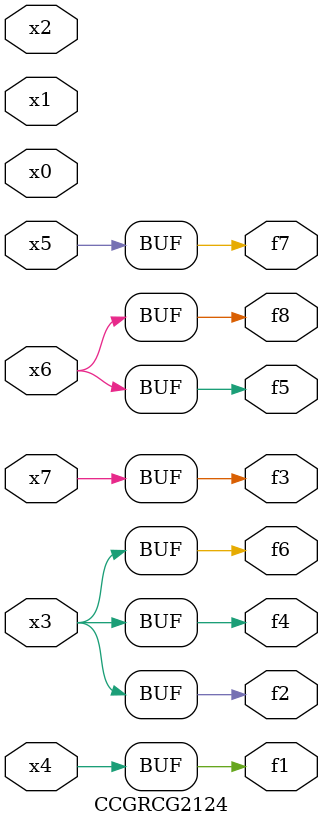
<source format=v>
module CCGRCG2124(
	input x0, x1, x2, x3, x4, x5, x6, x7,
	output f1, f2, f3, f4, f5, f6, f7, f8
);
	assign f1 = x4;
	assign f2 = x3;
	assign f3 = x7;
	assign f4 = x3;
	assign f5 = x6;
	assign f6 = x3;
	assign f7 = x5;
	assign f8 = x6;
endmodule

</source>
